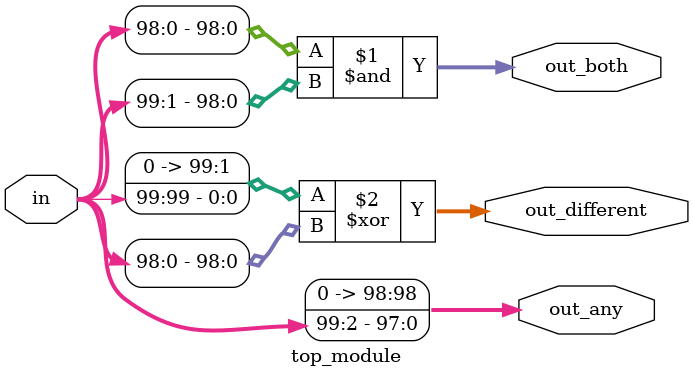
<source format=sv>
module top_module (
    input [99:0] in,
    output [98:0] out_both,
    output [99:1] out_any,
    output [99:0] out_different
);

    assign out_both = in[98:0] & in[99:1];
    
    assign out_any = {in[99], in[98:2]};
    
    assign out_different = {in[99]} ^ in[98:0];

endmodule

</source>
